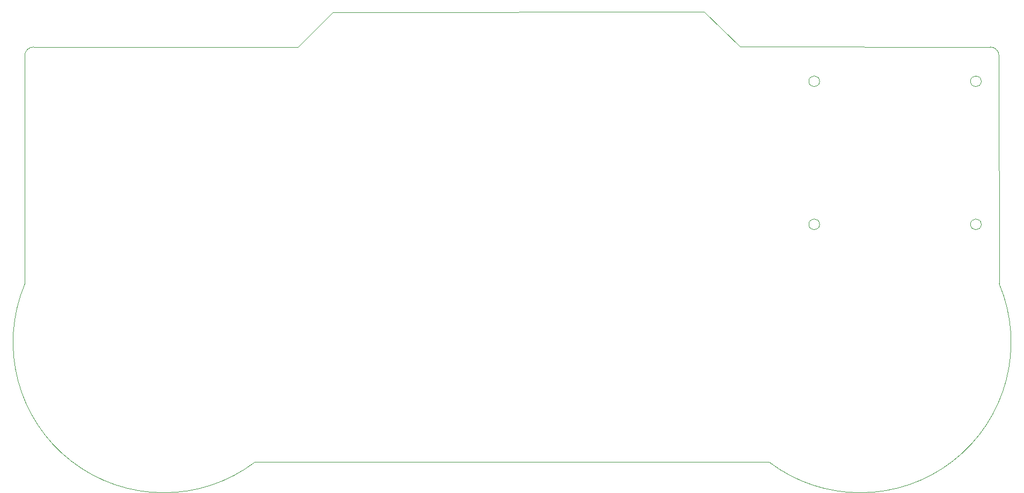
<source format=gm1>
G04 #@! TF.GenerationSoftware,KiCad,Pcbnew,(7.99.0-200-gad838e3d73)*
G04 #@! TF.CreationDate,2024-04-01T14:09:54+07:00*
G04 #@! TF.ProjectId,WMS,574d532e-6b69-4636-9164-5f7063625858,rev?*
G04 #@! TF.SameCoordinates,Original*
G04 #@! TF.FileFunction,Profile,NP*
%FSLAX46Y46*%
G04 Gerber Fmt 4.6, Leading zero omitted, Abs format (unit mm)*
G04 Created by KiCad (PCBNEW (7.99.0-200-gad838e3d73)) date 2024-04-01 14:09:54*
%MOMM*%
%LPD*%
G01*
G04 APERTURE LIST*
G04 #@! TA.AperFunction,Profile*
%ADD10C,0.100000*%
G04 #@! TD*
G04 #@! TA.AperFunction,Profile*
%ADD11C,0.050000*%
G04 #@! TD*
G04 APERTURE END LIST*
D10*
X66399062Y-86521376D02*
G75*
G03*
X102713787Y-114680998I21912928J-9236624D01*
G01*
X114955035Y-43643800D02*
X109474000Y-49123600D01*
X109474000Y-49123600D02*
X67767200Y-49104800D01*
X218683271Y-49104800D02*
X179247800Y-49072800D01*
X220080300Y-50501800D02*
G75*
G03*
X218683271Y-49104800I-1397000J0D01*
G01*
X151841200Y-114681000D02*
X183794401Y-114680999D01*
X183794401Y-114680999D02*
G75*
G03*
X220109130Y-86521375I14401799J18922999D01*
G01*
X66399059Y-86521375D02*
X66370200Y-50501800D01*
X67767200Y-49104800D02*
G75*
G03*
X66370200Y-50501800I0J-1397000D01*
G01*
X220109130Y-86521375D02*
X220080271Y-50501800D01*
X114955035Y-43643800D02*
X173253400Y-43586400D01*
X173253400Y-43586400D02*
X173532800Y-43586400D01*
X102713788Y-114680999D02*
X151841200Y-114681000D01*
X179247800Y-49072800D02*
X173532800Y-43586400D01*
D11*
X191776100Y-77130000D02*
G75*
G03*
X191776100Y-77130000I-850000J0D01*
G01*
X217276100Y-77130000D02*
G75*
G03*
X217276100Y-77130000I-850000J0D01*
G01*
X191776100Y-54530000D02*
G75*
G03*
X191776100Y-54530000I-850000J0D01*
G01*
X217276100Y-54530000D02*
G75*
G03*
X217276100Y-54530000I-850000J0D01*
G01*
M02*

</source>
